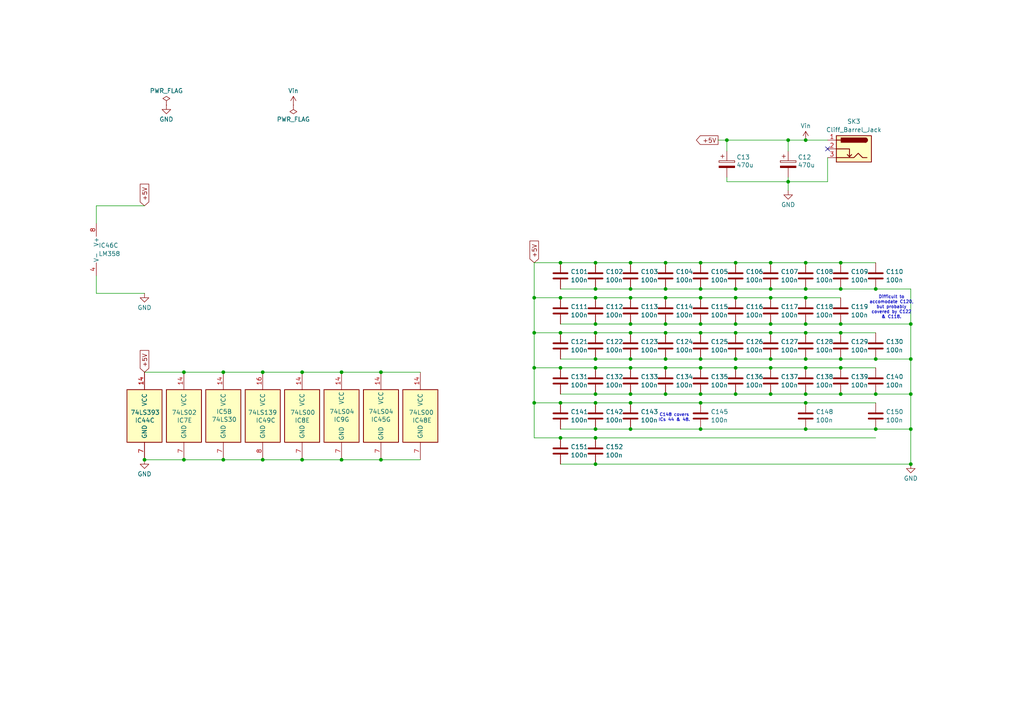
<source format=kicad_sch>
(kicad_sch (version 20231120) (generator "eeschema") (generator_version "8.0")
  (paper "A4")
  (lib_symbols
    (symbol "74xx:74LS00" (pin_names (offset 1.016))
      (property "Reference" "U" (at 0 1.27 0))
      (property "Value" "74LS00" (at 0 -1.27 0))
      (symbol "74LS00_1_1"
        (pin input line (at -7.62 2.54 0) (length 3.81) (name "~") (number "1"))
        (pin input line (at -7.62 -2.54 0) (length 3.81) (name "~") (number "2"))
        (pin output inverted (at 7.62 0 180) (length 3.81) (name "~") (number "3"))
      )
      (symbol "74LS00_1_2"
        (pin input inverted (at -7.62 2.54 0) (length 4.318) (name "~") (number "1"))
        (pin input inverted (at -7.62 -2.54 0) (length 4.318) (name "~") (number "2"))
        (pin output line (at 7.62 0 180) (length 3.81) (name "~") (number "3"))
      )
      (symbol "74LS00_2_1"
        (pin input line (at -7.62 2.54 0) (length 3.81) (name "~") (number "4"))
        (pin input line (at -7.62 -2.54 0) (length 3.81) (name "~") (number "5"))
        (pin output inverted (at 7.62 0 180) (length 3.81) (name "~") (number "6"))
      )
      (symbol "74LS00_2_2"
        (pin input inverted (at -7.62 2.54 0) (length 4.318) (name "~") (number "4"))
        (pin input inverted (at -7.62 -2.54 0) (length 4.318) (name "~") (number "5"))
        (pin output line (at 7.62 0 180) (length 3.81) (name "~") (number "6"))
      )
      (symbol "74LS00_3_1"
        (pin input line (at -7.62 -2.54 0) (length 3.81) (name "~") (number "10"))
        (pin output inverted (at 7.62 0 180) (length 3.81) (name "~") (number "8"))
        (pin input line (at -7.62 2.54 0) (length 3.81) (name "~") (number "9"))
      )
      (symbol "74LS00_3_2"
        (pin input inverted (at -7.62 -2.54 0) (length 4.318) (name "~") (number "10"))
        (pin output line (at 7.62 0 180) (length 3.81) (name "~") (number "8"))
        (pin input inverted (at -7.62 2.54 0) (length 4.318) (name "~") (number "9"))
      )
      (symbol "74LS00_4_1"
        (pin output inverted (at 7.62 0 180) (length 3.81) (name "~") (number "11"))
        (pin input line (at -7.62 2.54 0) (length 3.81) (name "~") (number "12"))
        (pin input line (at -7.62 -2.54 0) (length 3.81) (name "~") (number "13"))
      )
      (symbol "74LS00_4_2"
        (pin output line (at 7.62 0 180) (length 3.81) (name "~") (number "11"))
        (pin input inverted (at -7.62 2.54 0) (length 4.318) (name "~") (number "12"))
        (pin input inverted (at -7.62 -2.54 0) (length 4.318) (name "~") (number "13"))
      )
      (symbol "74LS00_5_0"
        (pin power_in line (at 0 12.7 270) (length 5.08) (name "VCC") (number "14"))
        (pin power_in line (at 0 -12.7 90) (length 5.08) (name "GND") (number "7"))
      )
    )
    (symbol "74xx:74LS02" (pin_names (offset 1.016))
      (property "Reference" "U" (at 0 1.27 0))
      (property "Value" "74LS02" (at 0 -1.27 0))
      (symbol "74LS02_1_1"
        (pin output inverted (at 7.62 0 180) (length 3.81) (name "~") (number "1"))
        (pin input line (at -7.62 2.54 0) (length 4.318) (name "~") (number "2"))
        (pin input line (at -7.62 -2.54 0) (length 4.318) (name "~") (number "3"))
      )
      (symbol "74LS02_1_2"
        (pin output line (at 7.62 0 180) (length 3.81) (name "~") (number "1"))
        (pin input inverted (at -7.62 2.54 0) (length 3.81) (name "~") (number "2"))
        (pin input inverted (at -7.62 -2.54 0) (length 3.81) (name "~") (number "3"))
      )
      (symbol "74LS02_2_1"
        (pin output inverted (at 7.62 0 180) (length 3.81) (name "~") (number "4"))
        (pin input line (at -7.62 2.54 0) (length 4.318) (name "~") (number "5"))
        (pin input line (at -7.62 -2.54 0) (length 4.318) (name "~") (number "6"))
      )
      (symbol "74LS02_2_2"
        (pin output line (at 7.62 0 180) (length 3.81) (name "~") (number "4"))
        (pin input inverted (at -7.62 2.54 0) (length 3.81) (name "~") (number "5"))
        (pin input inverted (at -7.62 -2.54 0) (length 3.81) (name "~") (number "6"))
      )
      (symbol "74LS02_3_1"
        (pin output inverted (at 7.62 0 180) (length 3.81) (name "~") (number "10"))
        (pin input line (at -7.62 2.54 0) (length 4.318) (name "~") (number "8"))
        (pin input line (at -7.62 -2.54 0) (length 4.318) (name "~") (number "9"))
      )
      (symbol "74LS02_3_2"
        (pin output line (at 7.62 0 180) (length 3.81) (name "~") (number "10"))
        (pin input inverted (at -7.62 2.54 0) (length 3.81) (name "~") (number "8"))
        (pin input inverted (at -7.62 -2.54 0) (length 3.81) (name "~") (number "9"))
      )
      (symbol "74LS02_4_1"
        (pin input line (at -7.62 2.54 0) (length 4.318) (name "~") (number "11"))
        (pin input line (at -7.62 -2.54 0) (length 4.318) (name "~") (number "12"))
        (pin output inverted (at 7.62 0 180) (length 3.81) (name "~") (number "13"))
      )
      (symbol "74LS02_4_2"
        (pin input inverted (at -7.62 2.54 0) (length 3.81) (name "~") (number "11"))
        (pin input inverted (at -7.62 -2.54 0) (length 3.81) (name "~") (number "12"))
        (pin output line (at 7.62 0 180) (length 3.81) (name "~") (number "13"))
      )
      (symbol "74LS02_5_0"
        (pin power_in line (at 0 12.7 270) (length 5.08) (name "VCC") (number "14"))
        (pin power_in line (at 0 -12.7 90) (length 5.08) (name "GND") (number "7"))
      )
    )
    (symbol "74xx:74LS04"
      (property "Reference" "U" (at 0 1.27 0))
      (property "Value" "74LS04" (at 0 -1.27 0))
      (symbol "74LS04_1_0"
        (pin input line (at -7.62 0 0) (length 3.81) (name "~") (number "1"))
        (pin output inverted (at 7.62 0 180) (length 3.81) (name "~") (number "2"))
      )
      (symbol "74LS04_2_0"
        (pin input line (at -7.62 0 0) (length 3.81) (name "~") (number "3"))
        (pin output inverted (at 7.62 0 180) (length 3.81) (name "~") (number "4"))
      )
      (symbol "74LS04_3_0"
        (pin input line (at -7.62 0 0) (length 3.81) (name "~") (number "5"))
        (pin output inverted (at 7.62 0 180) (length 3.81) (name "~") (number "6"))
      )
      (symbol "74LS04_4_0"
        (pin output inverted (at 7.62 0 180) (length 3.81) (name "~") (number "8"))
        (pin input line (at -7.62 0 0) (length 3.81) (name "~") (number "9"))
      )
      (symbol "74LS04_5_0"
        (pin output inverted (at 7.62 0 180) (length 3.81) (name "~") (number "10"))
        (pin input line (at -7.62 0 0) (length 3.81) (name "~") (number "11"))
      )
      (symbol "74LS04_6_0"
        (pin output inverted (at 7.62 0 180) (length 3.81) (name "~") (number "12"))
        (pin input line (at -7.62 0 0) (length 3.81) (name "~") (number "13"))
      )
      (symbol "74LS04_7_0"
        (pin power_in line (at 0 12.7 270) (length 5.08) (name "VCC") (number "14"))
        (pin power_in line (at 0 -12.7 90) (length 5.08) (name "GND") (number "7"))
      )
    )
    (symbol "74xx:74LS30" (pin_names (offset 1.016))
      (property "Reference" "U" (at 0 1.27 0))
      (property "Value" "74LS30" (at 0 -1.27 0))
      (symbol "74LS30_1_1"
        (pin input line (at -7.62 7.62 0) (length 3.81) (name "~") (number "1"))
        (pin input line (at -7.62 -7.62 0) (length 3.81) (name "~") (number "11"))
        (pin input line (at -7.62 -10.16 0) (length 3.81) (name "~") (number "12"))
        (pin input line (at -7.62 5.08 0) (length 3.81) (name "~") (number "2"))
        (pin input line (at -7.62 2.54 0) (length 3.81) (name "~") (number "3"))
        (pin input line (at -7.62 0 0) (length 3.81) (name "~") (number "4"))
        (pin input line (at -7.62 -2.54 0) (length 3.81) (name "~") (number "5"))
        (pin input line (at -7.62 -5.08 0) (length 3.81) (name "~") (number "6"))
        (pin output inverted (at 7.62 0 180) (length 3.81) (name "~") (number "8"))
      )
      (symbol "74LS30_1_2"
        (pin input inverted (at -7.62 7.62 0) (length 3.81) (name "~") (number "1"))
        (pin input inverted (at -7.62 -7.62 0) (length 3.81) (name "~") (number "11"))
        (pin input inverted (at -7.62 -10.16 0) (length 3.81) (name "~") (number "12"))
        (pin input inverted (at -7.62 5.08 0) (length 3.81) (name "~") (number "2"))
        (pin input inverted (at -7.62 2.54 0) (length 4.5466) (name "~") (number "3"))
        (pin input inverted (at -7.62 0 0) (length 5.08) (name "~") (number "4"))
        (pin input inverted (at -7.62 -2.54 0) (length 4.5466) (name "~") (number "5"))
        (pin input inverted (at -7.62 -5.08 0) (length 3.81) (name "~") (number "6"))
        (pin output line (at 7.62 0 180) (length 3.81) (name "~") (number "8"))
      )
      (symbol "74LS30_2_0"
        (pin power_in line (at 0 12.7 270) (length 5.08) (name "VCC") (number "14"))
        (pin power_in line (at 0 -12.7 90) (length 5.08) (name "GND") (number "7"))
      )
    )
    (symbol "Amplifier_Operational:LM358" (pin_names (offset 0.127))
      (property "Reference" "U" (at 0 5.08 0))
      (property "Value" "LM358" (at 0 -5.08 0))
      (symbol "LM358_1_1"
        (pin output line (at 7.62 0 180) (length 2.54) (name "~") (number "1"))
        (pin input line (at -7.62 -2.54 0) (length 2.54) (name "-") (number "2"))
        (pin input line (at -7.62 2.54 0) (length 2.54) (name "+") (number "3"))
      )
      (symbol "LM358_2_1"
        (pin input line (at -7.62 2.54 0) (length 2.54) (name "+") (number "5"))
        (pin input line (at -7.62 -2.54 0) (length 2.54) (name "-") (number "6"))
        (pin output line (at 7.62 0 180) (length 2.54) (name "~") (number "7"))
      )
      (symbol "LM358_3_1"
        (pin power_in line (at -2.54 -7.62 90) (length 3.81) (name "V-") (number "4"))
        (pin power_in line (at -2.54 7.62 270) (length 3.81) (name "V+") (number "8"))
      )
    )
    (symbol "Connector:Barrel_Jack_Switch_Pin3Ring" (pin_names hide)
      (property "Reference" "J" (at 0 5.334 0))
      (property "Value" "Barrel_Jack_Switch_Pin3Ring" (at 0 -5.08 0))
      (symbol "Barrel_Jack_Switch_Pin3Ring_1_1"
        (pin passive line (at 7.62 2.54 180) (length 2.54) (name "~") (number "1"))
        (pin passive line (at 7.62 0 180) (length 2.54) (name "~") (number "2"))
        (pin passive line (at 7.62 -2.54 180) (length 2.54) (name "~") (number "3"))
      )
    )
    (symbol "Device:C" (pin_numbers hide) (pin_names (offset 0.254))
      (property "Reference" "C" (at 0.635 2.54 0))
      (property "Value" "C" (at 0.635 -2.54 0))
      (symbol "C_1_1"
        (pin passive line (at 0 3.81 270) (length 2.794) (name "~") (number "1"))
        (pin passive line (at 0 -3.81 90) (length 2.794) (name "~") (number "2"))
      )
    )
    (symbol "Device:C_Polarized" (pin_numbers hide) (pin_names (offset 0.254))
      (property "Reference" "C" (at 0.635 2.54 0))
      (property "Value" "C_Polarized" (at 0.635 -2.54 0))
      (symbol "C_Polarized_1_1"
        (pin passive line (at 0 3.81 270) (length 2.794) (name "~") (number "1"))
        (pin passive line (at 0 -3.81 90) (length 2.794) (name "~") (number "2"))
      )
    )
    (symbol "John Atom Components:74LS139_Atom" (pin_names (offset 1.016))
      (property "Reference" "IC" (at -3.175 0 0))
      (property "Value" "74LS139" (at 0 -1.905 0))
      (symbol "74LS139_Atom_1_0"
        (pin input inverted (at 0 -10.795 90) (length 5.08) (name "G") (number "1"))
        (pin input line (at -3.81 -10.795 90) (length 5.08) (name "A") (number "2"))
        (pin input line (at 3.81 -10.795 90) (length 5.08) (name "B") (number "3"))
        (pin output inverted (at -3.81 10.795 270) (length 5.08) (name "Y0") (number "4"))
        (pin output inverted (at -1.27 10.795 270) (length 5.08) (name "Y1") (number "5"))
        (pin output inverted (at 1.27 10.795 270) (length 5.08) (name "Y2") (number "6"))
        (pin output inverted (at 3.81 10.795 270) (length 5.08) (name "Y3") (number "7"))
      )
      (symbol "74LS139_Atom_2_0"
        (pin output inverted (at -1.27 10.795 270) (length 5.08) (name "Y2") (number "10"))
        (pin output inverted (at 1.27 10.795 270) (length 5.08) (name "Y1") (number "11"))
        (pin output inverted (at 3.81 10.795 270) (length 5.08) (name "Y0") (number "12"))
        (pin input line (at -3.81 -10.795 90) (length 5.08) (name "B") (number "13"))
        (pin input line (at 3.81 -10.795 90) (length 5.08) (name "A") (number "14"))
        (pin input inverted (at 0 -10.795 90) (length 5.08) (name "G") (number "15"))
        (pin output inverted (at -3.81 10.795 270) (length 5.08) (name "Y3") (number "9"))
      )
      (symbol "74LS139_Atom_3_0"
        (pin power_in line (at 0 12.7 270) (length 5.08) (name "VCC") (number "16"))
        (pin power_in line (at 0 -12.7 90) (length 5.08) (name "GND") (number "8"))
      )
    )
    (symbol "John Atom Components:74LS393_Atom" (pin_names (offset 1.016))
      (property "Reference" "IC" (at -5.08 0 0))
      (property "Value" "74LS393" (at -2.54 -2.54 0))
      (symbol "74LS393_Atom_1_0"
        (pin input clock (at 12.7 0 180) (length 5.08) (name "CLK") (number "1"))
        (pin input line (at 12.7 -5.08 180) (length 5.08) (name "CLR") (number "2"))
        (pin output line (at 2.54 10.16 270) (length 5.08) (name "A") (number "3"))
        (pin output line (at 0 10.16 270) (length 5.08) (name "B") (number "4"))
        (pin output line (at -2.54 10.16 270) (length 5.08) (name "C") (number "5"))
        (pin output line (at -5.08 10.16 270) (length 5.08) (name "D") (number "6"))
      )
      (symbol "74LS393_Atom_2_0"
        (pin output line (at 0 -12.7 90) (length 5.08) (name "B") (number "10"))
        (pin output line (at 2.54 -12.7 90) (length 5.08) (name "A") (number "11"))
        (pin input line (at 12.7 -2.54 180) (length 5.08) (name "CLR") (number "12"))
        (pin input clock (at 12.7 2.54 180) (length 5.08) (name "CLK") (number "13"))
        (pin output line (at -5.08 -12.7 90) (length 5.08) (name "D") (number "8"))
        (pin output line (at -2.54 -12.7 90) (length 5.08) (name "C") (number "9"))
      )
      (symbol "74LS393_Atom_3_0"
        (pin power_in line (at 0 12.7 270) (length 5.08) (name "VCC") (number "14"))
        (pin power_in line (at 0 -12.7 90) (length 5.08) (name "GND") (number "7"))
      )
    )
    (symbol "power:+9V" (power) (pin_numbers hide) (pin_names (offset 0) hide)
      (property "Value" "+9V" (at 0 3.556 0))
      (symbol "+9V_1_1"
        (pin power_in line (at 0 0 90) (length 0) (name "~") (number "1"))
      )
    )
    (symbol "power:GND" (power) (pin_numbers hide) (pin_names (offset 0) hide)
      (property "Value" "GND" (at 0 -3.81 0))
      (symbol "GND_1_1"
        (pin power_in line (at 0 0 270) (length 0) (name "~") (number "1"))
      )
    )
    (symbol "power:PWR_FLAG" (power) (pin_numbers hide) (pin_names (offset 0) hide)
      (property "Value" "PWR_FLAG" (at 0 3.81 0))
      (symbol "PWR_FLAG_0_0"
        (pin power_out line (at 0 0 90) (length 0) (name "~") (number "1"))
      )
    )
  )
  (junction (at 203.2 96.52))
  (junction (at 154.94 106.68))
  (junction (at 233.68 76.2))
  (junction (at 87.63 107.95))
  (junction (at 76.2 107.95))
  (junction (at 172.72 106.68))
  (junction (at 64.77 107.95))
  (junction (at 110.49 107.95))
  (junction (at 53.34 107.95))
  (junction (at 172.72 127))
  (junction (at 203.2 93.98))
  (junction (at 203.2 116.84))
  (junction (at 162.56 96.52))
  (junction (at 172.72 93.98))
  (junction (at 41.91 133.35))
  (junction (at 182.88 86.36))
  (junction (at 182.88 114.3))
  (junction (at 182.88 83.82))
  (junction (at 233.68 96.52))
  (junction (at 99.06 107.95))
  (junction (at 172.72 86.36))
  (junction (at 213.36 96.52))
  (junction (at 182.88 104.14))
  (junction (at 193.04 93.98))
  (junction (at 243.84 104.14))
  (junction (at 213.36 93.98))
  (junction (at 233.68 116.84))
  (junction (at 233.68 114.3))
  (junction (at 243.84 83.82))
  (junction (at 203.2 124.46))
  (junction (at 254 124.46))
  (junction (at 172.72 114.3))
  (junction (at 213.36 106.68))
  (junction (at 254 83.82))
  (junction (at 182.88 96.52))
  (junction (at 264.16 104.14))
  (junction (at 213.36 104.14))
  (junction (at 172.72 76.2))
  (junction (at 172.72 134.62))
  (junction (at 228.6 52.705))
  (junction (at 110.49 133.35))
  (junction (at 182.88 116.84))
  (junction (at 210.82 40.64))
  (junction (at 193.04 104.14))
  (junction (at 243.84 76.2))
  (junction (at 53.34 133.35))
  (junction (at 223.52 93.98))
  (junction (at 203.2 114.3))
  (junction (at 243.84 114.3))
  (junction (at 182.88 124.46))
  (junction (at 193.04 96.52))
  (junction (at 182.88 76.2))
  (junction (at 213.36 86.36))
  (junction (at 264.16 93.98))
  (junction (at 154.94 86.36))
  (junction (at 203.2 104.14))
  (junction (at 233.68 83.82))
  (junction (at 203.2 76.2))
  (junction (at 233.68 104.14))
  (junction (at 162.56 127))
  (junction (at 233.68 124.46))
  (junction (at 193.04 114.3))
  (junction (at 243.84 93.98))
  (junction (at 233.68 86.36))
  (junction (at 233.68 93.98))
  (junction (at 223.52 104.14))
  (junction (at 223.52 86.36))
  (junction (at 162.56 116.84))
  (junction (at 162.56 106.68))
  (junction (at 172.72 124.46))
  (junction (at 233.68 40.64))
  (junction (at 99.06 133.35))
  (junction (at 264.16 124.46))
  (junction (at 64.77 133.35))
  (junction (at 87.63 133.35))
  (junction (at 193.04 86.36))
  (junction (at 228.6 40.64))
  (junction (at 223.52 76.2))
  (junction (at 76.2 133.35))
  (junction (at 254 114.3))
  (junction (at 182.88 106.68))
  (junction (at 213.36 114.3))
  (junction (at 162.56 76.2))
  (junction (at 243.84 106.68))
  (junction (at 233.68 106.68))
  (junction (at 264.16 114.3))
  (junction (at 203.2 86.36))
  (junction (at 182.88 93.98))
  (junction (at 193.04 83.82))
  (junction (at 203.2 106.68))
  (junction (at 223.52 96.52))
  (junction (at 264.16 134.62))
  (junction (at 223.52 106.68))
  (junction (at 203.2 83.82))
  (junction (at 172.72 83.82))
  (junction (at 223.52 83.82))
  (junction (at 172.72 116.84))
  (junction (at 213.36 76.2))
  (junction (at 154.94 96.52))
  (junction (at 223.52 114.3))
  (junction (at 243.84 96.52))
  (junction (at 193.04 76.2))
  (junction (at 213.36 83.82))
  (junction (at 172.72 96.52))
  (junction (at 254 104.14))
  (junction (at 162.56 86.36))
  (junction (at 193.04 106.68))
  (junction (at 154.94 116.84))
  (junction (at 172.72 104.14))
  (no_connect (at 240.03 43.18))
  (wire (pts (xy 264.16 83.82) (xy 264.16 93.98)))
  (wire (pts (xy 182.88 76.2) (xy 193.04 76.2)))
  (wire (pts (xy 203.2 124.46) (xy 233.68 124.46)))
  (wire (pts (xy 233.68 114.3) (xy 243.84 114.3)))
  (wire (pts (xy 99.06 107.95) (xy 110.49 107.95)))
  (wire (pts (xy 41.91 133.35) (xy 53.34 133.35)))
  (wire (pts (xy 228.6 40.64) (xy 233.68 40.64)))
  (wire (pts (xy 203.2 83.82) (xy 213.36 83.82)))
  (wire (pts (xy 223.52 96.52) (xy 233.68 96.52)))
  (wire (pts (xy 203.2 114.3) (xy 213.36 114.3)))
  (wire (pts (xy 172.72 134.62) (xy 162.56 134.62)))
  (wire (pts (xy 210.82 51.435) (xy 210.82 52.705)))
  (wire (pts (xy 243.84 96.52) (xy 254 96.52)))
  (wire (pts (xy 254 114.3) (xy 264.16 114.3)))
  (wire (pts (xy 213.36 76.2) (xy 223.52 76.2)))
  (wire (pts (xy 193.04 106.68) (xy 203.2 106.68)))
  (wire (pts (xy 182.88 114.3) (xy 193.04 114.3)))
  (wire (pts (xy 223.52 93.98) (xy 233.68 93.98)))
  (wire (pts (xy 243.84 106.68) (xy 254 106.68)))
  (wire (pts (xy 172.72 114.3) (xy 182.88 114.3)))
  (wire (pts (xy 233.68 76.2) (xy 243.84 76.2)))
  (wire (pts (xy 162.56 116.84) (xy 172.72 116.84)))
  (wire (pts (xy 193.04 76.2) (xy 203.2 76.2)))
  (wire (pts (xy 64.77 107.95) (xy 76.2 107.95)))
  (wire (pts (xy 203.2 86.36) (xy 213.36 86.36)))
  (wire (pts (xy 233.68 86.36) (xy 243.84 86.36)))
  (wire (pts (xy 76.2 133.35) (xy 87.63 133.35)))
  (wire (pts (xy 228.6 51.435) (xy 228.6 52.705)))
  (wire (pts (xy 213.36 93.98) (xy 223.52 93.98)))
  (wire (pts (xy 172.72 124.46) (xy 182.88 124.46)))
  (wire (pts (xy 203.2 116.84) (xy 233.68 116.84)))
  (wire (pts (xy 162.56 96.52) (xy 172.72 96.52)))
  (wire (pts (xy 233.68 83.82) (xy 243.84 83.82)))
  (wire (pts (xy 193.04 83.82) (xy 203.2 83.82)))
  (wire (pts (xy 27.94 85.09) (xy 41.91 85.09)))
  (wire (pts (xy 213.36 83.82) (xy 223.52 83.82)))
  (wire (pts (xy 172.72 83.82) (xy 182.88 83.82)))
  (wire (pts (xy 162.56 83.82) (xy 172.72 83.82)))
  (wire (pts (xy 154.94 86.36) (xy 162.56 86.36)))
  (wire (pts (xy 213.36 104.14) (xy 223.52 104.14)))
  (wire (pts (xy 193.04 104.14) (xy 203.2 104.14)))
  (wire (pts (xy 233.68 124.46) (xy 254 124.46)))
  (wire (pts (xy 162.56 93.98) (xy 172.72 93.98)))
  (wire (pts (xy 76.2 107.95) (xy 87.63 107.95)))
  (wire (pts (xy 172.72 76.2) (xy 182.88 76.2)))
  (wire (pts (xy 162.56 76.2) (xy 172.72 76.2)))
  (wire (pts (xy 233.68 106.68) (xy 243.84 106.68)))
  (wire (pts (xy 154.94 86.36) (xy 154.94 96.52)))
  (wire (pts (xy 233.68 116.84) (xy 254 116.84)))
  (wire (pts (xy 228.6 52.705) (xy 210.82 52.705)))
  (wire (pts (xy 223.52 86.36) (xy 233.68 86.36)))
  (wire (pts (xy 243.84 114.3) (xy 254 114.3)))
  (wire (pts (xy 233.68 40.64) (xy 240.03 40.64)))
  (wire (pts (xy 240.03 52.705) (xy 228.6 52.705)))
  (wire (pts (xy 182.88 116.84) (xy 203.2 116.84)))
  (wire (pts (xy 53.34 107.95) (xy 64.77 107.95)))
  (wire (pts (xy 172.72 127) (xy 254 127)))
  (wire (pts (xy 182.88 124.46) (xy 203.2 124.46)))
  (wire (pts (xy 27.94 80.01) (xy 27.94 85.09)))
  (wire (pts (xy 228.6 40.64) (xy 228.6 43.815)))
  (wire (pts (xy 53.34 133.35) (xy 64.77 133.35)))
  (wire (pts (xy 172.72 116.84) (xy 182.88 116.84)))
  (wire (pts (xy 233.68 96.52) (xy 243.84 96.52)))
  (wire (pts (xy 254 124.46) (xy 264.16 124.46)))
  (wire (pts (xy 172.72 106.68) (xy 182.88 106.68)))
  (wire (pts (xy 203.2 93.98) (xy 213.36 93.98)))
  (wire (pts (xy 193.04 86.36) (xy 203.2 86.36)))
  (wire (pts (xy 208.28 40.64) (xy 210.82 40.64)))
  (wire (pts (xy 172.72 104.14) (xy 182.88 104.14)))
  (wire (pts (xy 110.49 133.35) (xy 121.92 133.35)))
  (wire (pts (xy 223.52 104.14) (xy 233.68 104.14)))
  (wire (pts (xy 162.56 124.46) (xy 172.72 124.46)))
  (wire (pts (xy 243.84 83.82) (xy 254 83.82)))
  (wire (pts (xy 162.56 104.14) (xy 172.72 104.14)))
  (wire (pts (xy 223.52 114.3) (xy 233.68 114.3)))
  (wire (pts (xy 27.94 64.77) (xy 27.94 59.69)))
  (wire (pts (xy 203.2 96.52) (xy 213.36 96.52)))
  (wire (pts (xy 162.56 86.36) (xy 172.72 86.36)))
  (wire (pts (xy 203.2 106.68) (xy 213.36 106.68)))
  (wire (pts (xy 162.56 127) (xy 172.72 127)))
  (wire (pts (xy 213.36 114.3) (xy 223.52 114.3)))
  (wire (pts (xy 154.94 127) (xy 162.56 127)))
  (wire (pts (xy 264.16 124.46) (xy 264.16 134.62)))
  (wire (pts (xy 240.03 45.72) (xy 240.03 52.705)))
  (wire (pts (xy 182.88 83.82) (xy 193.04 83.82)))
  (wire (pts (xy 213.36 96.52) (xy 223.52 96.52)))
  (wire (pts (xy 182.88 104.14) (xy 193.04 104.14)))
  (wire (pts (xy 223.52 83.82) (xy 233.68 83.82)))
  (wire (pts (xy 210.82 40.64) (xy 228.6 40.64)))
  (wire (pts (xy 233.68 93.98) (xy 243.84 93.98)))
  (wire (pts (xy 264.16 93.98) (xy 264.16 104.14)))
  (wire (pts (xy 99.06 133.35) (xy 110.49 133.35)))
  (wire (pts (xy 213.36 86.36) (xy 223.52 86.36)))
  (wire (pts (xy 87.63 107.95) (xy 99.06 107.95)))
  (wire (pts (xy 254 83.82) (xy 264.16 83.82)))
  (wire (pts (xy 228.6 55.245) (xy 228.6 52.705)))
  (wire (pts (xy 154.94 116.84) (xy 154.94 127)))
  (wire (pts (xy 154.94 116.84) (xy 162.56 116.84)))
  (wire (pts (xy 193.04 114.3) (xy 203.2 114.3)))
  (wire (pts (xy 162.56 114.3) (xy 172.72 114.3)))
  (wire (pts (xy 254 104.14) (xy 264.16 104.14)))
  (wire (pts (xy 182.88 93.98) (xy 193.04 93.98)))
  (wire (pts (xy 193.04 93.98) (xy 203.2 93.98)))
  (wire (pts (xy 172.72 93.98) (xy 182.88 93.98)))
  (wire (pts (xy 210.82 40.64) (xy 210.82 43.815)))
  (wire (pts (xy 182.88 96.52) (xy 193.04 96.52)))
  (wire (pts (xy 87.63 133.35) (xy 99.06 133.35)))
  (wire (pts (xy 193.04 96.52) (xy 203.2 96.52)))
  (wire (pts (xy 203.2 104.14) (xy 213.36 104.14)))
  (wire (pts (xy 182.88 106.68) (xy 193.04 106.68)))
  (wire (pts (xy 233.68 104.14) (xy 243.84 104.14)))
  (wire (pts (xy 243.84 93.98) (xy 264.16 93.98)))
  (wire (pts (xy 264.16 114.3) (xy 264.16 124.46)))
  (wire (pts (xy 41.91 107.95) (xy 53.34 107.95)))
  (wire (pts (xy 223.52 76.2) (xy 233.68 76.2)))
  (wire (pts (xy 182.88 86.36) (xy 193.04 86.36)))
  (wire (pts (xy 172.72 96.52) (xy 182.88 96.52)))
  (wire (pts (xy 154.94 96.52) (xy 154.94 106.68)))
  (wire (pts (xy 264.16 134.62) (xy 172.72 134.62)))
  (wire (pts (xy 110.49 107.95) (xy 121.92 107.95)))
  (wire (pts (xy 64.77 133.35) (xy 76.2 133.35)))
  (wire (pts (xy 223.52 106.68) (xy 233.68 106.68)))
  (wire (pts (xy 27.94 59.69) (xy 41.91 59.69)))
  (wire (pts (xy 203.2 76.2) (xy 213.36 76.2)))
  (wire (pts (xy 264.16 104.14) (xy 264.16 114.3)))
  (wire (pts (xy 243.84 104.14) (xy 254 104.14)))
  (wire (pts (xy 154.94 106.68) (xy 162.56 106.68)))
  (wire (pts (xy 172.72 86.36) (xy 182.88 86.36)))
  (wire (pts (xy 213.36 106.68) (xy 223.52 106.68)))
  (wire (pts (xy 162.56 106.68) (xy 172.72 106.68)))
  (wire (pts (xy 154.94 76.2) (xy 154.94 86.36)))
  (wire (pts (xy 243.84 76.2) (xy 254 76.2)))
  (wire (pts (xy 154.94 76.2) (xy 162.56 76.2)))
  (wire (pts (xy 154.94 106.68) (xy 154.94 116.84)))
  (wire (pts (xy 154.94 96.52) (xy 162.56 96.52)))
  (text "Difficult to\naccomodate C120,\nbut probably\ncovered by C122\n& C118." (at 258.572 89.154 0) (effects (font (size 0.9 0.9))))
  (text "C148 covers\nICs 44 & 48." (at 195.58 121.158 0) (effects (font (size 0.9 0.9))))
  (global_label "+5V" (shape input) (at 154.94 76.2 90) (property "Intersheetrefs" "${INTERSHEET_REFS}" (effects (hide yes))))
  (global_label "+5V" (shape input) (at 41.91 59.69 90) (property "Intersheetrefs" "${INTERSHEET_REFS}" (effects (hide yes))))
  (global_label "+5V" (shape input) (at 41.91 107.95 90) (property "Intersheetrefs" "${INTERSHEET_REFS}" (effects (hide yes))))
  (global_label "+5V" (shape output) (at 208.28 40.64 180) (property "Intersheetrefs" "${INTERSHEET_REFS}" (effects (hide yes))))
  (symbol (lib_id "Device:C") (at 193.04 80.01 0) (unit 1)
    (property "Reference" "C104" (at 195.961 78.7978 0) (effects (justify left)))
    (property "Value" "100n" (at 195.961 81.2221 0) (effects (justify left)))
    (property "Footprint" "Capacitor_THT:C_Disc_D3.0mm_W1.6mm_P2.50mm" (effects (hide yes)))
    (property "Description" "Unpolarized capacitor" (effects (hide yes)))
  )
  (symbol (lib_id "Device:C") (at 233.68 120.65 0) (unit 1)
    (property "Reference" "C148" (at 236.601 119.4378 0) (effects (justify left)))
    (property "Value" "100n" (at 236.601 121.8621 0) (effects (justify left)))
    (property "Footprint" "Capacitor_THT:C_Disc_D3.0mm_W1.6mm_P2.50mm" (effects (hide yes)))
    (property "Description" "Unpolarized capacitor" (effects (hide yes)))
  )
  (symbol (lib_id "Device:C") (at 162.56 100.33 0) (unit 1)
    (property "Reference" "C121" (at 165.481 99.1178 0) (effects (justify left)))
    (property "Value" "100n" (at 165.481 101.5421 0) (effects (justify left)))
    (property "Footprint" "Capacitor_THT:C_Disc_D3.0mm_W1.6mm_P2.50mm" (effects (hide yes)))
    (property "Description" "Unpolarized capacitor" (effects (hide yes)))
  )
  (symbol (lib_id "74xx:74LS00") (at 87.63 120.65 0) (mirror y) (unit 5)
    (property "Reference" "IC8" (at 89.916 121.92 0) (effects (justify left)))
    (property "Value" "74LS00" (at 91.44 119.634 0) (effects (justify left)))
    (property "Footprint" "Package_DIP:DIP-14_W7.62mm" (effects (hide yes)))
    (property "Datasheet" "http://www.ti.com/lit/gpn/sn74ls00" (effects (hide yes)))
    (property "Description" "quad 2-input NAND gate" (effects (hide yes)))
  )
  (symbol (lib_id "Device:C") (at 254 110.49 0) (unit 1)
    (property "Reference" "C140" (at 256.921 109.2778 0) (effects (justify left)))
    (property "Value" "100n" (at 256.921 111.7021 0) (effects (justify left)))
    (property "Footprint" "Capacitor_THT:C_Disc_D3.0mm_W1.6mm_P2.50mm" (effects (hide yes)))
    (property "Description" "Unpolarized capacitor" (effects (hide yes)))
  )
  (symbol (lib_id "Device:C_Polarized") (at 228.6 47.625 0) (unit 1)
    (property "Reference" "C12" (at 231.394 45.593 0) (effects (justify left)))
    (property "Value" "470u" (at 231.394 47.879 0) (effects (justify left)))
    (property "Footprint" "Capacitor_THT:CP_Radial_D10.0mm_P5.00mm" (effects (hide yes)))
    (property "Datasheet" "https://uk.farnell.com/panasonic/eeufc1c471/cap-470-f-16v-20/dp/9692053" (effects (hide yes)))
    (property "Description" "Polarized capacitor" (effects (hide yes)))
    (property "Farnell" "https://uk.farnell.com/panasonic/eeufc1c471/cap-470-f-16v-20/dp/9692053" (effects (hide yes)))
  )
  (symbol (lib_id "power:PWR_FLAG") (at 85.09 30.48 180) (unit 1)
    (property "Reference" "#FLG04" (effects (hide yes)))
    (property "Value" "PWR_FLAG" (at 85.09 34.6131 0))
    (property "Description" "Special symbol for telling ERC where power comes from" (effects (hide yes)))
  )
  (symbol (lib_id "Device:C") (at 254 80.01 0) (unit 1)
    (property "Reference" "C110" (at 256.921 78.7978 0) (effects (justify left)))
    (property "Value" "100n" (at 256.921 81.2221 0) (effects (justify left)))
    (property "Footprint" "Capacitor_THT:C_Disc_D3.0mm_W1.6mm_P2.50mm" (effects (hide yes)))
    (property "Description" "Unpolarized capacitor" (effects (hide yes)))
  )
  (symbol (lib_id "Device:C") (at 182.88 120.65 0) (unit 1)
    (property "Reference" "C143" (at 185.801 119.4378 0) (effects (justify left)))
    (property "Value" "100n" (at 185.801 121.8621 0) (effects (justify left)))
    (property "Footprint" "Capacitor_THT:C_Disc_D3.0mm_W1.6mm_P2.50mm" (effects (hide yes)))
    (property "Description" "Unpolarized capacitor" (effects (hide yes)))
  )
  (symbol (lib_id "Device:C") (at 182.88 90.17 0) (unit 1)
    (property "Reference" "C113" (at 185.801 88.9578 0) (effects (justify left)))
    (property "Value" "100n" (at 185.801 91.3821 0) (effects (justify left)))
    (property "Footprint" "Capacitor_THT:C_Disc_D3.0mm_W1.6mm_P2.50mm" (effects (hide yes)))
    (property "Description" "Unpolarized capacitor" (effects (hide yes)))
  )
  (symbol (lib_id "Device:C") (at 213.36 80.01 0) (unit 1)
    (property "Reference" "C106" (at 216.281 78.7978 0) (effects (justify left)))
    (property "Value" "100n" (at 216.281 81.2221 0) (effects (justify left)))
    (property "Footprint" "Capacitor_THT:C_Disc_D3.0mm_W1.6mm_P2.50mm" (effects (hide yes)))
    (property "Description" "Unpolarized capacitor" (effects (hide yes)))
  )
  (symbol (lib_id "Device:C") (at 193.04 90.17 0) (unit 1)
    (property "Reference" "C114" (at 195.961 88.9578 0) (effects (justify left)))
    (property "Value" "100n" (at 195.961 91.3821 0) (effects (justify left)))
    (property "Footprint" "Capacitor_THT:C_Disc_D3.0mm_W1.6mm_P2.50mm" (effects (hide yes)))
    (property "Description" "Unpolarized capacitor" (effects (hide yes)))
  )
  (symbol (lib_id "74xx:74LS04") (at 110.49 120.65 0) (unit 7)
    (property "Reference" "IC45" (at 110.49 121.666 0))
    (property "Value" "74LS04" (at 110.49 119.38 0))
    (property "Footprint" "Package_DIP:DIP-14_W7.62mm" (effects (hide yes)))
    (property "Datasheet" "http://www.ti.com/lit/gpn/sn74LS04" (effects (hide yes)))
    (property "Description" "Hex Inverter" (effects (hide yes)))
  )
  (symbol (lib_id "Device:C") (at 203.2 110.49 0) (unit 1)
    (property "Reference" "C135" (at 206.121 109.2778 0) (effects (justify left)))
    (property "Value" "100n" (at 206.121 111.7021 0) (effects (justify left)))
    (property "Footprint" "Capacitor_THT:C_Disc_D3.0mm_W1.6mm_P2.50mm" (effects (hide yes)))
    (property "Description" "Unpolarized capacitor" (effects (hide yes)))
  )
  (symbol (lib_id "Device:C") (at 213.36 100.33 0) (unit 1)
    (property "Reference" "C126" (at 216.281 99.1178 0) (effects (justify left)))
    (property "Value" "100n" (at 216.281 101.5421 0) (effects (justify left)))
    (property "Footprint" "Capacitor_THT:C_Disc_D3.0mm_W1.6mm_P2.50mm" (effects (hide yes)))
    (property "Description" "Unpolarized capacitor" (effects (hide yes)))
  )
  (symbol (lib_id "Device:C") (at 182.88 100.33 0) (unit 1)
    (property "Reference" "C123" (at 185.801 99.1178 0) (effects (justify left)))
    (property "Value" "100n" (at 185.801 101.5421 0) (effects (justify left)))
    (property "Footprint" "Capacitor_THT:C_Disc_D3.0mm_W1.6mm_P2.50mm" (effects (hide yes)))
    (property "Description" "Unpolarized capacitor" (effects (hide yes)))
  )
  (symbol (lib_id "power:GND") (at 48.26 30.48 0) (unit 1)
    (property "Reference" "#PWR02" (effects (hide yes)))
    (property "Value" "GND" (at 48.26 34.6131 0))
    (property "Description" "Power symbol creates a global label with name \"GND\" , ground" (effects (hide yes)))
  )
  (symbol (lib_id "Device:C") (at 162.56 130.81 0) (unit 1)
    (property "Reference" "C151" (at 165.481 129.5978 0) (effects (justify left)))
    (property "Value" "100n" (at 165.481 132.0221 0) (effects (justify left)))
    (property "Footprint" "Capacitor_THT:C_Disc_D3.0mm_W1.6mm_P2.50mm" (effects (hide yes)))
    (property "Description" "Unpolarized capacitor" (effects (hide yes)))
  )
  (symbol (lib_id "Device:C") (at 172.72 100.33 0) (unit 1)
    (property "Reference" "C122" (at 175.641 99.1178 0) (effects (justify left)))
    (property "Value" "100n" (at 175.641 101.5421 0) (effects (justify left)))
    (property "Footprint" "Capacitor_THT:C_Disc_D3.0mm_W1.6mm_P2.50mm" (effects (hide yes)))
    (property "Description" "Unpolarized capacitor" (effects (hide yes)))
  )
  (symbol (lib_id "74xx:74LS30") (at 64.77 120.65 0) (unit 2)
    (property "Reference" "IC5" (at 65.024 119.38 0))
    (property "Value" "74LS30" (at 65.024 121.666 0))
    (property "Footprint" "Package_DIP:DIP-14_W7.62mm" (effects (hide yes)))
    (property "Datasheet" "http://www.ti.com/lit/gpn/sn74LS30" (effects (hide yes)))
    (property "Description" "8-input NAND" (effects (hide yes)))
  )
  (symbol (lib_id "Device:C") (at 162.56 80.01 0) (unit 1)
    (property "Reference" "C101" (at 165.481 78.7978 0) (effects (justify left)))
    (property "Value" "100n" (at 165.481 81.2221 0) (effects (justify left)))
    (property "Footprint" "Capacitor_THT:C_Disc_D3.0mm_W1.6mm_P2.50mm" (effects (hide yes)))
    (property "Description" "Unpolarized capacitor" (effects (hide yes)))
  )
  (symbol (lib_id "Device:C_Polarized") (at 210.82 47.625 0) (unit 1)
    (property "Reference" "C13" (at 213.614 45.593 0) (effects (justify left)))
    (property "Value" "470u" (at 213.614 47.879 0) (effects (justify left)))
    (property "Footprint" "Capacitor_THT:CP_Radial_D10.0mm_P5.00mm" (effects (hide yes)))
    (property "Datasheet" "https://uk.farnell.com/panasonic/eeufc1c471/cap-470-f-16v-20/dp/9692053" (effects (hide yes)))
    (property "Description" "Polarized capacitor" (effects (hide yes)))
    (property "Farnell" "https://uk.farnell.com/panasonic/eeufc1c471/cap-470-f-16v-20/dp/9692053" (effects (hide yes)))
  )
  (symbol (lib_id "power:GND") (at 41.91 85.09 0) (unit 1)
    (property "Reference" "#PWR065" (effects (hide yes)))
    (property "Value" "GND" (at 41.91 89.2231 0))
    (property "Description" "Power symbol creates a global label with name \"GND\" , ground" (effects (hide yes)))
  )
  (symbol (lib_id "Device:C") (at 223.52 110.49 0) (unit 1)
    (property "Reference" "C137" (at 226.441 109.2778 0) (effects (justify left)))
    (property "Value" "100n" (at 226.441 111.7021 0) (effects (justify left)))
    (property "Footprint" "Capacitor_THT:C_Disc_D3.0mm_W1.6mm_P2.50mm" (effects (hide yes)))
    (property "Description" "Unpolarized capacitor" (effects (hide yes)))
  )
  (symbol (lib_id "power:GND") (at 228.6 55.245 0) (unit 1)
    (property "Reference" "#PWR068" (effects (hide yes)))
    (property "Value" "GND" (at 228.6 59.3781 0))
    (property "Description" "Power symbol creates a global label with name \"GND\" , ground" (effects (hide yes)))
  )
  (symbol (lib_id "Device:C") (at 162.56 90.17 0) (unit 1)
    (property "Reference" "C111" (at 165.481 88.9578 0) (effects (justify left)))
    (property "Value" "100n" (at 165.481 91.3821 0) (effects (justify left)))
    (property "Footprint" "Capacitor_THT:C_Disc_D3.0mm_W1.6mm_P2.50mm" (effects (hide yes)))
    (property "Description" "Unpolarized capacitor" (effects (hide yes)))
  )
  (symbol (lib_id "Device:C") (at 223.52 100.33 0) (unit 1)
    (property "Reference" "C127" (at 226.441 99.1178 0) (effects (justify left)))
    (property "Value" "100n" (at 226.441 101.5421 0) (effects (justify left)))
    (property "Footprint" "Capacitor_THT:C_Disc_D3.0mm_W1.6mm_P2.50mm" (effects (hide yes)))
    (property "Description" "Unpolarized capacitor" (effects (hide yes)))
  )
  (symbol (lib_id "Device:C") (at 172.72 120.65 0) (unit 1)
    (property "Reference" "C142" (at 175.641 119.4378 0) (effects (justify left)))
    (property "Value" "100n" (at 175.641 121.8621 0) (effects (justify left)))
    (property "Footprint" "Capacitor_THT:C_Disc_D3.0mm_W1.6mm_P2.50mm" (effects (hide yes)))
    (property "Description" "Unpolarized capacitor" (effects (hide yes)))
  )
  (symbol (lib_id "74xx:74LS04") (at 99.06 120.65 0) (unit 7)
    (property "Reference" "IC9" (at 96.774 121.666 0) (effects (justify left)))
    (property "Value" "74LS04" (at 95.504 119.38 0) (effects (justify left)))
    (property "Footprint" "Package_DIP:DIP-14_W7.62mm" (effects (hide yes)))
    (property "Datasheet" "http://www.ti.com/lit/gpn/sn74LS04" (effects (hide yes)))
    (property "Description" "Hex Inverter" (effects (hide yes)))
  )
  (symbol (lib_id "Device:C") (at 254 100.33 0) (unit 1)
    (property "Reference" "C130" (at 256.921 99.1178 0) (effects (justify left)))
    (property "Value" "100n" (at 256.921 101.5421 0) (effects (justify left)))
    (property "Footprint" "Capacitor_THT:C_Disc_D3.0mm_W1.6mm_P2.50mm" (effects (hide yes)))
    (property "Description" "Unpolarized capacitor" (effects (hide yes)))
  )
  (symbol (lib_id "Device:C") (at 243.84 100.33 0) (unit 1)
    (property "Reference" "C129" (at 246.761 99.1178 0) (effects (justify left)))
    (property "Value" "100n" (at 246.761 101.5421 0) (effects (justify left)))
    (property "Footprint" "Capacitor_THT:C_Disc_D3.0mm_W1.6mm_P2.50mm" (effects (hide yes)))
    (property "Description" "Unpolarized capacitor" (effects (hide yes)))
  )
  (symbol (lib_id "Device:C") (at 233.68 100.33 0) (unit 1)
    (property "Reference" "C128" (at 236.601 99.1178 0) (effects (justify left)))
    (property "Value" "100n" (at 236.601 101.5421 0) (effects (justify left)))
    (property "Footprint" "Capacitor_THT:C_Disc_D3.0mm_W1.6mm_P2.50mm" (effects (hide yes)))
    (property "Description" "Unpolarized capacitor" (effects (hide yes)))
  )
  (symbol (lib_id "74xx:74LS00") (at 121.92 120.65 0) (unit 5)
    (property "Reference" "IC48" (at 122.428 121.92 0))
    (property "Value" "74LS00" (at 122.174 119.634 0))
    (property "Footprint" "Package_DIP:DIP-14_W7.62mm" (effects (hide yes)))
    (property "Datasheet" "http://www.ti.com/lit/gpn/sn74ls00" (effects (hide yes)))
    (property "Description" "quad 2-input NAND gate" (effects (hide yes)))
  )
  (symbol (lib_id "Device:C") (at 162.56 110.49 0) (unit 1)
    (property "Reference" "C131" (at 165.481 109.2778 0) (effects (justify left)))
    (property "Value" "100n" (at 165.481 111.7021 0) (effects (justify left)))
    (property "Footprint" "Capacitor_THT:C_Disc_D3.0mm_W1.6mm_P2.50mm" (effects (hide yes)))
    (property "Description" "Unpolarized capacitor" (effects (hide yes)))
  )
  (symbol (lib_id "John Atom Components:74LS139_Atom") (at 76.2 120.65 0) (unit 3)
    (property "Reference" "IC49" (at 74.168 121.92 0) (effects (justify left)))
    (property "Value" "74LS139" (at 71.882 119.634 0) (effects (justify left)))
    (property "Footprint" "Package_DIP:DIP-16_W7.62mm" (effects (hide yes)))
    (property "Datasheet" "http://www.ti.com/lit/ds/symlink/sn74ls139a.pdf" (effects (hide yes)))
    (property "Description" "Dual Decoder 1 of 4, Active low outputs" (effects (hide yes)))
  )
  (symbol (lib_id "Device:C") (at 223.52 80.01 0) (unit 1)
    (property "Reference" "C107" (at 226.441 78.7978 0) (effects (justify left)))
    (property "Value" "100n" (at 226.441 81.2221 0) (effects (justify left)))
    (property "Footprint" "Capacitor_THT:C_Disc_D3.0mm_W1.6mm_P2.50mm" (effects (hide yes)))
    (property "Description" "Unpolarized capacitor" (effects (hide yes)))
  )
  (symbol (lib_id "Device:C") (at 254 120.65 0) (unit 1)
    (property "Reference" "C150" (at 256.921 119.4378 0) (effects (justify left)))
    (property "Value" "100n" (at 256.921 121.8621 0) (effects (justify left)))
    (property "Footprint" "Capacitor_THT:C_Disc_D3.0mm_W1.6mm_P2.50mm" (effects (hide yes)))
    (property "Description" "Unpolarized capacitor" (effects (hide yes)))
  )
  (symbol (lib_id "Device:C") (at 203.2 80.01 0) (unit 1)
    (property "Reference" "C105" (at 206.121 78.7978 0) (effects (justify left)))
    (property "Value" "100n" (at 206.121 81.2221 0) (effects (justify left)))
    (property "Footprint" "Capacitor_THT:C_Disc_D3.0mm_W1.6mm_P2.50mm" (effects (hide yes)))
    (property "Description" "Unpolarized capacitor" (effects (hide yes)))
  )
  (symbol (lib_id "Connector:Barrel_Jack_Switch_Pin3Ring") (at 247.65 43.18 0) (mirror y) (unit 1)
    (property "Reference" "SK3" (at 247.65 35.2255 0))
    (property "Value" "Cliff_Barrel_Jack" (at 247.65 37.6498 0))
    (property "Footprint" "JW Footprints:Cliff_FC681461_Barrel_Jack" (effects (hide yes)))
    (property "Description" "DC Barrel Jack with an internal switch" (effects (hide yes)))
  )
  (symbol (lib_id "Device:C") (at 233.68 80.01 0) (unit 1)
    (property "Reference" "C108" (at 236.601 78.7978 0) (effects (justify left)))
    (property "Value" "100n" (at 236.601 81.2221 0) (effects (justify left)))
    (property "Footprint" "Capacitor_THT:C_Disc_D3.0mm_W1.6mm_P2.50mm" (effects (hide yes)))
    (property "Description" "Unpolarized capacitor" (effects (hide yes)))
  )
  (symbol (lib_id "Device:C") (at 203.2 100.33 0) (unit 1)
    (property "Reference" "C125" (at 206.121 99.1178 0) (effects (justify left)))
    (property "Value" "100n" (at 206.121 101.5421 0) (effects (justify left)))
    (property "Footprint" "Capacitor_THT:C_Disc_D3.0mm_W1.6mm_P2.50mm" (effects (hide yes)))
    (property "Description" "Unpolarized capacitor" (effects (hide yes)))
  )
  (symbol (lib_id "Device:C") (at 193.04 100.33 0) (unit 1)
    (property "Reference" "C124" (at 195.961 99.1178 0) (effects (justify left)))
    (property "Value" "100n" (at 195.961 101.5421 0) (effects (justify left)))
    (property "Footprint" "Capacitor_THT:C_Disc_D3.0mm_W1.6mm_P2.50mm" (effects (hide yes)))
    (property "Description" "Unpolarized capacitor" (effects (hide yes)))
  )
  (symbol (lib_id "Device:C") (at 243.84 110.49 0) (unit 1)
    (property "Reference" "C139" (at 246.761 109.2778 0) (effects (justify left)))
    (property "Value" "100n" (at 246.761 111.7021 0) (effects (justify left)))
    (property "Footprint" "Capacitor_THT:C_Disc_D3.0mm_W1.6mm_P2.50mm" (effects (hide yes)))
    (property "Description" "Unpolarized capacitor" (effects (hide yes)))
  )
  (symbol (lib_id "power:PWR_FLAG") (at 48.26 30.48 0) (unit 1)
    (property "Reference" "#FLG01" (effects (hide yes)))
    (property "Value" "PWR_FLAG" (at 48.26 26.3469 0))
    (property "Description" "Special symbol for telling ERC where power comes from" (effects (hide yes)))
  )
  (symbol (lib_id "Device:C") (at 172.72 130.81 0) (unit 1)
    (property "Reference" "C152" (at 175.641 129.5978 0) (effects (justify left)))
    (property "Value" "100n" (at 175.641 132.0221 0) (effects (justify left)))
    (property "Footprint" "Capacitor_THT:C_Disc_D3.0mm_W1.6mm_P2.50mm" (effects (hide yes)))
    (property "Description" "Unpolarized capacitor" (effects (hide yes)))
  )
  (symbol (lib_id "power:GND") (at 264.16 134.62 0) (unit 1)
    (property "Reference" "#PWR050" (effects (hide yes)))
    (property "Value" "GND" (at 264.16 138.7531 0))
    (property "Description" "Power symbol creates a global label with name \"GND\" , ground" (effects (hide yes)))
  )
  (symbol (lib_id "Device:C") (at 172.72 80.01 0) (unit 1)
    (property "Reference" "C102" (at 175.641 78.7978 0) (effects (justify left)))
    (property "Value" "100n" (at 175.641 81.2221 0) (effects (justify left)))
    (property "Footprint" "Capacitor_THT:C_Disc_D3.0mm_W1.6mm_P2.50mm" (effects (hide yes)))
    (property "Description" "Unpolarized capacitor" (effects (hide yes)))
  )
  (symbol (lib_id "Device:C") (at 213.36 90.17 0) (unit 1)
    (property "Reference" "C116" (at 216.281 88.9578 0) (effects (justify left)))
    (property "Value" "100n" (at 216.281 91.3821 0) (effects (justify left)))
    (property "Footprint" "Capacitor_THT:C_Disc_D3.0mm_W1.6mm_P2.50mm" (effects (hide yes)))
    (property "Description" "Unpolarized capacitor" (effects (hide yes)))
  )
  (symbol (lib_id "Amplifier_Operational:LM358") (at 25.4 72.39 0) (mirror y) (unit 3)
    (property "Reference" "IC46" (at 28.575 71.1778 0) (effects (justify right)))
    (property "Value" "LM358" (at 28.575 73.6021 0) (effects (justify right)))
    (property "Footprint" "Package_DIP:DIP-8_W7.62mm" (effects (hide yes)))
    (property "Datasheet" "http://www.ti.com/lit/ds/symlink/lm2904-n.pdf" (effects (hide yes)))
    (property "Description" "Low-Power, Dual Operational Amplifiers, DIP-8/SOIC-8/TO-99-8" (effects (hide yes)))
  )
  (symbol (lib_id "John Atom Components:74LS393_Atom") (at 41.91 120.65 0) (unit 3)
    (property "Reference" "IC44" (at 39.116 121.92 0) (effects (justify left)))
    (property "Value" "74LS393" (at 37.846 119.634 0) (effects (justify left)))
    (property "Footprint" "Package_DIP:DIP-14_W7.62mm" (effects (hide yes)))
    (property "Datasheet" "74xx\\74LS393.pdf" (effects (hide yes)))
    (property "Description" "Dual BCD 4-bit counter" (effects (hide yes)))
  )
  (symbol (lib_id "Device:C") (at 243.84 80.01 0) (unit 1)
    (property "Reference" "C109" (at 246.761 78.7978 0) (effects (justify left)))
    (property "Value" "100n" (at 246.761 81.2221 0) (effects (justify left)))
    (property "Footprint" "Capacitor_THT:C_Disc_D3.0mm_W1.6mm_P2.50mm" (effects (hide yes)))
    (property "Description" "Unpolarized capacitor" (effects (hide yes)))
  )
  (symbol (lib_id "power:GND") (at 41.91 133.35 0) (unit 1)
    (property "Reference" "#PWR010" (effects (hide yes)))
    (property "Value" "GND" (at 41.91 137.4831 0))
    (property "Description" "Power symbol creates a global label with name \"GND\" , ground" (effects (hide yes)))
  )
  (symbol (lib_id "Device:C") (at 243.84 90.17 0) (unit 1)
    (property "Reference" "C119" (at 246.761 88.9578 0) (effects (justify left)))
    (property "Value" "100n" (at 246.761 91.3821 0) (effects (justify left)))
    (property "Footprint" "Capacitor_THT:C_Disc_D3.0mm_W1.6mm_P2.50mm" (effects (hide yes)))
    (property "Description" "Unpolarized capacitor" (effects (hide yes)))
  )
  (symbol (lib_id "Device:C") (at 193.04 110.49 0) (unit 1)
    (property "Reference" "C134" (at 195.961 109.2778 0) (effects (justify left)))
    (property "Value" "100n" (at 195.961 111.7021 0) (effects (justify left)))
    (property "Footprint" "Capacitor_THT:C_Disc_D3.0mm_W1.6mm_P2.50mm" (effects (hide yes)))
    (property "Description" "Unpolarized capacitor" (effects (hide yes)))
  )
  (symbol (lib_id "Device:C") (at 162.56 120.65 0) (unit 1)
    (property "Reference" "C141" (at 165.481 119.4378 0) (effects (justify left)))
    (property "Value" "100n" (at 165.481 121.8621 0) (effects (justify left)))
    (property "Footprint" "Capacitor_THT:C_Disc_D3.0mm_W1.6mm_P2.50mm" (effects (hide yes)))
    (property "Description" "Unpolarized capacitor" (effects (hide yes)))
  )
  (symbol (lib_id "Device:C") (at 223.52 90.17 0) (unit 1)
    (property "Reference" "C117" (at 226.441 88.9578 0) (effects (justify left)))
    (property "Value" "100n" (at 226.441 91.3821 0) (effects (justify left)))
    (property "Footprint" "Capacitor_THT:C_Disc_D3.0mm_W1.6mm_P2.50mm" (effects (hide yes)))
    (property "Description" "Unpolarized capacitor" (effects (hide yes)))
  )
  (symbol (lib_id "74xx:74LS02") (at 53.34 120.65 0) (mirror y) (unit 5)
    (property "Reference" "IC7" (at 51.308 121.92 0) (effects (justify right)))
    (property "Value" "74LS02" (at 49.784 119.634 0) (effects (justify right)))
    (property "Footprint" "Package_DIP:DIP-14_W7.62mm" (effects (hide yes)))
    (property "Datasheet" "http://www.ti.com/lit/gpn/sn74ls02" (effects (hide yes)))
    (property "Description" "quad 2-input NOR gate" (effects (hide yes)))
  )
  (symbol (lib_id "Device:C") (at 213.36 110.49 0) (unit 1)
    (property "Reference" "C136" (at 216.281 109.2778 0) (effects (justify left)))
    (property "Value" "100n" (at 216.281 111.7021 0) (effects (justify left)))
    (property "Footprint" "Capacitor_THT:C_Disc_D3.0mm_W1.6mm_P2.50mm" (effects (hide yes)))
    (property "Description" "Unpolarized capacitor" (effects (hide yes)))
  )
  (symbol (lib_id "Device:C") (at 172.72 90.17 0) (unit 1)
    (property "Reference" "C112" (at 175.641 88.9578 0) (effects (justify left)))
    (property "Value" "100n" (at 175.641 91.3821 0) (effects (justify left)))
    (property "Footprint" "Capacitor_THT:C_Disc_D3.0mm_W1.6mm_P2.50mm" (effects (hide yes)))
    (property "Description" "Unpolarized capacitor" (effects (hide yes)))
  )
  (symbol (lib_id "power:+9V") (at 233.68 40.64 0) (unit 1)
    (property "Reference" "#PWR069" (effects (hide yes)))
    (property "Value" "Vin" (at 233.68 36.5069 0))
    (property "Description" "Power symbol creates a global label with name \"+9V\"" (effects (hide yes)))
  )
  (symbol (lib_id "Device:C") (at 182.88 80.01 0) (unit 1)
    (property "Reference" "C103" (at 185.801 78.7978 0) (effects (justify left)))
    (property "Value" "100n" (at 185.801 81.2221 0) (effects (justify left)))
    (property "Footprint" "Capacitor_THT:C_Disc_D3.0mm_W1.6mm_P2.50mm" (effects (hide yes)))
    (property "Description" "Unpolarized capacitor" (effects (hide yes)))
  )
  (symbol (lib_id "Device:C") (at 233.68 110.49 0) (unit 1)
    (property "Reference" "C138" (at 236.601 109.2778 0) (effects (justify left)))
    (property "Value" "100n" (at 236.601 111.7021 0) (effects (justify left)))
    (property "Footprint" "Capacitor_THT:C_Disc_D3.0mm_W1.6mm_P2.50mm" (effects (hide yes)))
    (property "Description" "Unpolarized capacitor" (effects (hide yes)))
  )
  (symbol (lib_id "Device:C") (at 233.68 90.17 0) (unit 1)
    (property "Reference" "C118" (at 236.601 88.9578 0) (effects (justify left)))
    (property "Value" "100n" (at 236.601 91.3821 0) (effects (justify left)))
    (property "Footprint" "Capacitor_THT:C_Disc_D3.0mm_W1.6mm_P2.50mm" (effects (hide yes)))
    (property "Description" "Unpolarized capacitor" (effects (hide yes)))
  )
  (symbol (lib_id "power:+9V") (at 85.09 30.48 0) (unit 1)
    (property "Reference" "#PWR070" (effects (hide yes)))
    (property "Value" "Vin" (at 85.09 26.3469 0))
    (property "Description" "Power symbol creates a global label with name \"+9V\"" (effects (hide yes)))
  )
  (symbol (lib_id "Device:C") (at 172.72 110.49 0) (unit 1)
    (property "Reference" "C132" (at 175.641 109.2778 0) (effects (justify left)))
    (property "Value" "100n" (at 175.641 111.7021 0) (effects (justify left)))
    (property "Footprint" "Capacitor_THT:C_Disc_D3.0mm_W1.6mm_P2.50mm" (effects (hide yes)))
    (property "Description" "Unpolarized capacitor" (effects (hide yes)))
  )
  (symbol (lib_id "Device:C") (at 203.2 120.65 0) (unit 1)
    (property "Reference" "C145" (at 206.121 119.4378 0) (effects (justify left)))
    (property "Value" "100n" (at 206.121 121.8621 0) (effects (justify left)))
    (property "Footprint" "Capacitor_THT:C_Disc_D3.0mm_W1.6mm_P2.50mm" (effects (hide yes)))
    (property "Description" "Unpolarized capacitor" (effects (hide yes)))
  )
  (symbol (lib_id "Device:C") (at 182.88 110.49 0) (unit 1)
    (property "Reference" "C133" (at 185.801 109.2778 0) (effects (justify left)))
    (property "Value" "100n" (at 185.801 111.7021 0) (effects (justify left)))
    (property "Footprint" "Capacitor_THT:C_Disc_D3.0mm_W1.6mm_P2.50mm" (effects (hide yes)))
    (property "Description" "Unpolarized capacitor" (effects (hide yes)))
  )
  (symbol (lib_id "Device:C") (at 203.2 90.17 0) (unit 1)
    (property "Reference" "C115" (at 206.121 88.9578 0) (effects (justify left)))
    (property "Value" "100n" (at 206.121 91.3821 0) (effects (justify left)))
    (property "Footprint" "Capacitor_THT:C_Disc_D3.0mm_W1.6mm_P2.50mm" (effects (hide yes)))
    (property "Description" "Unpolarized capacitor" (effects (hide yes)))
  )
)
</source>
